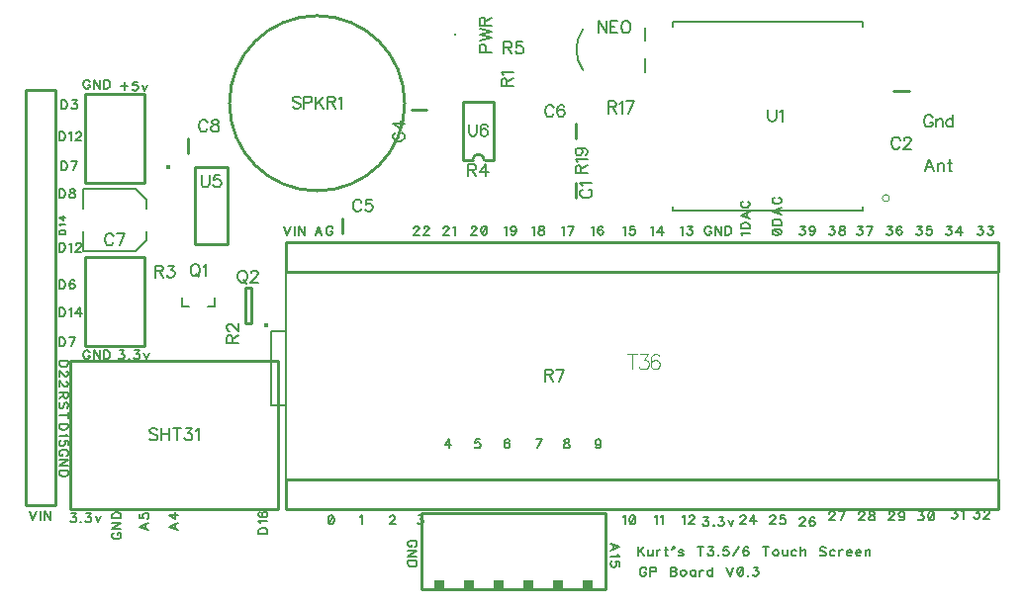
<source format=gto>
G04 DipTrace 3.2.0.1*
G04 Teensy3.6TouchDisplayLoRaV03.gto*
%MOIN*%
G04 #@! TF.FileFunction,Legend,Top*
G04 #@! TF.Part,Single*
%ADD10C,0.009843*%
%ADD18C,0.008*%
%ADD41C,0.005*%
%ADD46C,0.015422*%
%ADD50C,0.000013*%
%ADD54C,0.015431*%
%ADD116C,0.006176*%
%ADD117C,0.007*%
%ADD118C,0.007008*%
%ADD119C,0.003281*%
%FSLAX26Y26*%
G04*
G70*
G90*
G75*
G01*
G04 TopSilk*
%LPD*%
X2297462Y1769272D2*
D10*
Y1718130D1*
X3368130Y2078719D2*
X3419272D1*
X1742986Y2016145D2*
X1794128D1*
X1508470Y1599251D2*
Y1650393D1*
X2297462Y1969272D2*
Y1918130D1*
X637441Y1537449D2*
D18*
Y1606194D1*
Y1681208D2*
Y1749953D1*
X812451D1*
X849961Y1712446D1*
Y1681208D1*
X637441Y1537449D2*
X812451D1*
X849961Y1574956D1*
Y1606194D1*
X989940Y1868130D2*
D10*
Y1919272D1*
X1777559Y398945D2*
X2395670D1*
Y654859D1*
X1777559D1*
Y398945D1*
G36*
X1820951Y427452D2*
X1852289D1*
Y395942D1*
X1820951D1*
Y427452D1*
G37*
G36*
X1920837D2*
X1952361D1*
Y395942D1*
X1920837D1*
Y427452D1*
G37*
G36*
X2020909D2*
X2052371D1*
Y395942D1*
X2020909D1*
Y427452D1*
G37*
G36*
X2120920D2*
X2152443D1*
Y395942D1*
X2120920D1*
Y427452D1*
G37*
G36*
X2220868D2*
X2252330D1*
Y395942D1*
X2220868D1*
Y427452D1*
G37*
G36*
X2320878D2*
X2352402D1*
Y395942D1*
X2320878D1*
Y427452D1*
G37*
X543701Y2081701D2*
D10*
X443701D1*
X543701Y681701D2*
Y2081701D1*
Y681701D2*
X443701D1*
Y757301D1*
Y2081701D1*
X2528695Y2293701D2*
D41*
Y2248701D1*
Y2143701D2*
Y2188701D1*
X2320689Y2149701D2*
G02X2320689Y2287701I97267J69000D01*
G01*
X643701Y1410401D2*
D10*
Y1218701D1*
Y1518701D2*
Y1218701D1*
X843701Y1518701D2*
Y1218701D1*
X643701Y1518701D2*
X843701D1*
X643701Y1218701D2*
X843701D1*
X643701Y1960401D2*
Y1768701D1*
Y2068701D2*
Y1768701D1*
X843701Y2068701D2*
Y1768701D1*
X643701Y2068701D2*
X843701D1*
X643701Y1768701D2*
X843701D1*
G36*
X1893691Y2264764D2*
X1885817D1*
Y2272638D1*
X1893691D1*
Y2264764D1*
G37*
X1056474Y1351660D2*
D18*
X1080094D1*
Y1383160D1*
X993485Y1351660D2*
X969864D1*
Y1383160D1*
D46*
X1252071Y1287755D3*
X1201929Y1296956D2*
D10*
Y1415061D1*
X1182244D1*
Y1296956D1*
X1201929D1*
X593701Y1168701D2*
X1293701D1*
Y668701D1*
X593701D1*
Y1168701D1*
X1129670Y2037449D2*
G02X1129670Y2037449I295276J0D01*
G01*
X3329555Y1718110D2*
D50*
G02X3329555Y1718110I11784J0D01*
G01*
X2624791Y2296845D2*
D41*
Y2312599D1*
X3262610D1*
Y2296845D1*
X2624791Y1690557D2*
Y1674803D1*
X3262610D1*
Y1690557D1*
X3718698Y668704D2*
D10*
Y768704D1*
X1318698Y668704D2*
X3718698D1*
X1318698D2*
Y768704D1*
X1393098D1*
X3718698D1*
D41*
Y1468704D1*
X1318678D1*
Y1268714D1*
Y1018674D1*
Y768704D1*
X3718698D1*
X1318678Y1268714D2*
X1268698D1*
Y1018674D1*
X1318678D1*
D54*
X924333Y1822581D3*
X1013583Y1823621D2*
D10*
Y1563791D1*
X1123819Y1823621D2*
Y1563791D1*
X1013583D2*
X1123819D1*
X1013583Y1823621D2*
X1123819D1*
X2019889Y1845274D2*
Y2042128D1*
X1917513Y1845274D2*
Y2042128D1*
X2019889D2*
X1917513D1*
X1988395Y1845274D2*
X2019889D1*
X1949007D2*
X1917513D1*
X1988395D2*
G03X1949007Y1845274I-19694J-9D01*
G01*
X3718698Y1468704D2*
Y1568704D1*
X1318698Y1468704D2*
X3718698D1*
X1318698D2*
Y1568704D1*
X1393098D1*
X3718698D1*
X3503498Y1807586D2*
D116*
X3488155Y1847778D1*
X3472856Y1807586D1*
X3478604Y1820983D2*
X3497750D1*
X3515849Y1834381D2*
Y1807586D1*
Y1826732D2*
X3521597Y1832480D1*
X3525444Y1834381D1*
X3531148D1*
X3534994Y1832480D1*
X3536896Y1826732D1*
Y1807586D1*
X3554995Y1847778D2*
Y1815235D1*
X3556896Y1809532D1*
X3560743Y1807586D1*
X3564546D1*
X3549247Y1834381D2*
X3562644D1*
X2320580Y1747076D2*
X2316777Y1745175D1*
X2312930Y1741328D1*
X2311029Y1737525D1*
Y1729876D1*
X2312930Y1726029D1*
X2316777Y1722227D1*
X2320580Y1720281D1*
X2326328Y1718380D1*
X2335923D1*
X2341626Y1720281D1*
X2345473Y1722227D1*
X2349276Y1726029D1*
X2351221Y1729876D1*
Y1737525D1*
X2349276Y1741328D1*
X2345473Y1745175D1*
X2341626Y1747076D1*
X2318723Y1759427D2*
X2316777Y1763274D1*
X2311073Y1769022D1*
X2351221D1*
X3388476Y1913849D2*
X3386575Y1917651D1*
X3382728Y1921498D1*
X3378925Y1923399D1*
X3371276D1*
X3367429Y1921498D1*
X3363627Y1917651D1*
X3361681Y1913849D1*
X3359780Y1908101D1*
Y1898506D1*
X3361681Y1892802D1*
X3363627Y1888955D1*
X3367429Y1885153D1*
X3371276Y1883207D1*
X3378925D1*
X3382728Y1885153D1*
X3386575Y1888955D1*
X3388476Y1892802D1*
X3402773Y1913804D2*
Y1915706D1*
X3404674Y1919552D1*
X3406575Y1921454D1*
X3410422Y1923355D1*
X3418071D1*
X3421874Y1921454D1*
X3423775Y1919552D1*
X3425721Y1915706D1*
Y1911903D1*
X3423775Y1908056D1*
X3419973Y1902353D1*
X3400827Y1883207D1*
X3427622D1*
X1690001Y1939092D2*
X1686199Y1937191D1*
X1682352Y1933344D1*
X1680451Y1929542D1*
Y1921892D1*
X1682352Y1918046D1*
X1686199Y1914243D1*
X1690001Y1912298D1*
X1695749Y1910396D1*
X1705344D1*
X1711048Y1912298D1*
X1714895Y1914243D1*
X1718697Y1918046D1*
X1720643Y1921892D1*
Y1929542D1*
X1718697Y1933344D1*
X1714895Y1937191D1*
X1711048Y1939092D1*
X1720643Y1970589D2*
X1680495D1*
X1707245Y1951444D1*
Y1980140D1*
X1574122Y1703377D2*
X1572220Y1707180D1*
X1568374Y1711026D1*
X1564571Y1712928D1*
X1556922D1*
X1553075Y1711026D1*
X1549272Y1707180D1*
X1547327Y1703377D1*
X1545426Y1697629D1*
Y1688034D1*
X1547327Y1682331D1*
X1549272Y1678484D1*
X1553075Y1674681D1*
X1556922Y1672736D1*
X1564571D1*
X1568374Y1674681D1*
X1572220Y1678484D1*
X1574122Y1682331D1*
X1609421Y1712884D2*
X1590320D1*
X1588418Y1695684D1*
X1590320Y1697585D1*
X1596068Y1699530D1*
X1601772D1*
X1607520Y1697585D1*
X1611366Y1693782D1*
X1613268Y1688034D1*
Y1684232D1*
X1611366Y1678484D1*
X1607520Y1674637D1*
X1601772Y1672736D1*
X1596068D1*
X1590320Y1674637D1*
X1588418Y1676583D1*
X1586473Y1680385D1*
X2222333Y2022256D2*
X2220432Y2026059D1*
X2216585Y2029906D1*
X2212783Y2031807D1*
X2205133D1*
X2201287Y2029906D1*
X2197484Y2026059D1*
X2195539Y2022256D1*
X2193637Y2016508D1*
Y2006914D1*
X2195539Y2001210D1*
X2197484Y1997363D1*
X2201287Y1993561D1*
X2205133Y1991615D1*
X2212783D1*
X2216585Y1993561D1*
X2220432Y1997363D1*
X2222333Y2001210D1*
X2257633Y2026059D2*
X2255731Y2029862D1*
X2249983Y2031763D1*
X2246181D1*
X2240433Y2029862D1*
X2236586Y2024114D1*
X2234685Y2014563D1*
Y2005012D1*
X2236586Y1997363D1*
X2240433Y1993516D1*
X2246181Y1991615D1*
X2248082D1*
X2253786Y1993516D1*
X2257633Y1997363D1*
X2259534Y2003111D1*
Y2005012D1*
X2257633Y2010760D1*
X2253786Y2014563D1*
X2248082Y2016464D1*
X2246181D1*
X2240433Y2014563D1*
X2236586Y2010760D1*
X2234685Y2005012D1*
X738476Y1589324D2*
X736575Y1593126D1*
X732728Y1596973D1*
X728925Y1598874D1*
X721276D1*
X717429Y1596973D1*
X713627Y1593126D1*
X711681Y1589324D1*
X709780Y1583576D1*
Y1573981D1*
X711681Y1568277D1*
X713627Y1564430D1*
X717429Y1560628D1*
X721276Y1558682D1*
X728925D1*
X732728Y1560628D1*
X736575Y1564430D1*
X738476Y1568277D1*
X758477Y1558682D2*
X777622Y1598830D1*
X750827D1*
X1055614Y1972256D2*
X1053712Y1976059D1*
X1049865Y1979906D1*
X1046063Y1981807D1*
X1038414D1*
X1034567Y1979906D1*
X1030764Y1976059D1*
X1028819Y1972256D1*
X1026918Y1966508D1*
Y1956914D1*
X1028819Y1951210D1*
X1030764Y1947363D1*
X1034567Y1943561D1*
X1038414Y1941615D1*
X1046063D1*
X1049865Y1943561D1*
X1053712Y1947363D1*
X1055614Y1951210D1*
X1077516Y1981763D2*
X1071812Y1979862D1*
X1069866Y1976059D1*
Y1972212D1*
X1071812Y1968410D1*
X1075614Y1966464D1*
X1083264Y1964563D1*
X1089012Y1962662D1*
X1092814Y1958815D1*
X1094715Y1955012D1*
Y1949264D1*
X1092814Y1945462D1*
X1090913Y1943516D1*
X1085165Y1941615D1*
X1077516D1*
X1071812Y1943516D1*
X1069866Y1945462D1*
X1067965Y1949264D1*
Y1955012D1*
X1069866Y1958815D1*
X1073713Y1962662D1*
X1079417Y1964563D1*
X1087066Y1966464D1*
X1090913Y1968410D1*
X1092814Y1972212D1*
Y1976059D1*
X1090913Y1979862D1*
X1085165Y1981763D1*
X1077516D1*
X3498700Y1988228D2*
X3496799Y1992030D1*
X3492952Y1995877D1*
X3489150Y1997778D1*
X3481500D1*
X3477654Y1995877D1*
X3473851Y1992030D1*
X3471906Y1988228D1*
X3470004Y1982480D1*
Y1972885D1*
X3471906Y1967181D1*
X3473851Y1963334D1*
X3477654Y1959532D1*
X3481500Y1957586D1*
X3489150D1*
X3492952Y1959532D1*
X3496799Y1963334D1*
X3498700Y1967181D1*
Y1972885D1*
X3489150D1*
X3511052Y1984381D2*
Y1957586D1*
Y1976732D2*
X3516800Y1982480D1*
X3520646Y1984381D1*
X3526350D1*
X3530197Y1982480D1*
X3532098Y1976732D1*
Y1957586D1*
X3567398Y1997778D2*
Y1957586D1*
Y1978633D2*
X3563595Y1982480D1*
X3559748Y1984381D1*
X3554000D1*
X3550198Y1982480D1*
X3546351Y1978633D1*
X3544450Y1972885D1*
Y1969082D1*
X3546351Y1963334D1*
X3550198Y1959532D1*
X3554000Y1957586D1*
X3559748D1*
X3563595Y1959532D1*
X3567398Y1963334D1*
X2400311Y2314789D2*
Y2274597D1*
X2373516Y2314789D1*
Y2274597D1*
X2437512Y2314789D2*
X2412663D1*
Y2274597D1*
X2437512D1*
X2412663Y2295643D2*
X2427961D1*
X2461359Y2314789D2*
X2457512Y2312887D1*
X2453710Y2309041D1*
X2451764Y2305238D1*
X2449863Y2299490D1*
Y2289895D1*
X2451764Y2284191D1*
X2453710Y2280345D1*
X2457512Y2276542D1*
X2461359Y2274597D1*
X2469008D1*
X2472811Y2276542D1*
X2476658Y2280345D1*
X2478559Y2284191D1*
X2480460Y2289895D1*
Y2299490D1*
X2478559Y2305238D1*
X2476658Y2309041D1*
X2472811Y2312887D1*
X2469008Y2314789D1*
X2461359D1*
X1993265Y2210410D2*
Y2227654D1*
X1991364Y2233358D1*
X1989418Y2235303D1*
X1985615Y2237204D1*
X1979867D1*
X1976065Y2235303D1*
X1974119Y2233358D1*
X1972218Y2227654D1*
Y2210410D1*
X2012410D1*
X1972218Y2249556D2*
X2012410Y2259150D1*
X1972218Y2268701D1*
X2012410Y2278252D1*
X1972218Y2287846D1*
X1991363Y2300198D2*
Y2317398D1*
X1989418Y2323146D1*
X1987517Y2325091D1*
X1983714Y2326992D1*
X1979867D1*
X1976065Y2325091D1*
X1974119Y2323146D1*
X1972218Y2317398D1*
Y2300198D1*
X2012410D1*
X1991363Y2313595D2*
X2012410Y2326992D1*
X1010181Y1494888D2*
X1006379Y1493031D1*
X1002532Y1489185D1*
X1000631Y1485338D1*
X998685Y1479590D1*
Y1470039D1*
X1000631Y1464291D1*
X1002532Y1460489D1*
X1006379Y1456642D1*
X1010181Y1454741D1*
X1017831D1*
X1021678Y1456642D1*
X1025480Y1460489D1*
X1027381Y1464291D1*
X1029327Y1470039D1*
Y1479590D1*
X1027381Y1485338D1*
X1025480Y1489185D1*
X1021678Y1493031D1*
X1017831Y1494888D1*
X1010181D1*
X1015930Y1462390D2*
X1027381Y1450894D1*
X1041678Y1487195D2*
X1045525Y1489140D1*
X1051273Y1494844D1*
Y1454696D1*
X1169564Y1473639D2*
X1165762Y1471782D1*
X1161915Y1467935D1*
X1160014Y1464088D1*
X1158068Y1458340D1*
Y1448790D1*
X1160014Y1443042D1*
X1161915Y1439239D1*
X1165762Y1435393D1*
X1169564Y1433491D1*
X1177214D1*
X1181061Y1435393D1*
X1184863Y1439239D1*
X1186764Y1443042D1*
X1188710Y1448790D1*
Y1458340D1*
X1186764Y1464088D1*
X1184863Y1467935D1*
X1181061Y1471782D1*
X1177214Y1473639D1*
X1169564D1*
X1175313Y1441141D2*
X1186764Y1429644D1*
X1203007Y1464044D2*
Y1465946D1*
X1204908Y1469792D1*
X1206809Y1471694D1*
X1210656Y1473595D1*
X1218305D1*
X1222108Y1471694D1*
X1224009Y1469792D1*
X1225955Y1465946D1*
Y1462143D1*
X1224009Y1458296D1*
X1220207Y1452592D1*
X1201061Y1433447D1*
X1227856D1*
X2064405Y2094331D2*
Y2111531D1*
X2062460Y2117279D1*
X2060559Y2119224D1*
X2056756Y2121125D1*
X2052909D1*
X2049107Y2119224D1*
X2047161Y2117279D1*
X2045260Y2111531D1*
Y2094331D1*
X2085452D1*
X2064405Y2107728D2*
X2085452Y2121125D1*
X2052954Y2133477D2*
X2051008Y2137323D1*
X2045304Y2143072D1*
X2085452Y2143071D1*
X1139432Y1229390D2*
Y1246589D1*
X1137486Y1252337D1*
X1135585Y1254283D1*
X1131782Y1256184D1*
X1127936D1*
X1124133Y1254283D1*
X1122188Y1252337D1*
X1120286Y1246589D1*
Y1229390D1*
X1160478D1*
X1139432Y1242787D2*
X1160478Y1256184D1*
X1129881Y1270481D2*
X1127980D1*
X1124133Y1272382D1*
X1122232Y1274284D1*
X1120331Y1278130D1*
Y1285780D1*
X1122232Y1289582D1*
X1124133Y1291483D1*
X1127980Y1293429D1*
X1131782D1*
X1135629Y1291483D1*
X1141333Y1287681D1*
X1160478Y1268536D1*
Y1295330D1*
X879426Y1470929D2*
X896626D1*
X902374Y1472875D1*
X904320Y1474776D1*
X906221Y1478579D1*
Y1482425D1*
X904320Y1486228D1*
X902374Y1488173D1*
X896626Y1490075D1*
X879426D1*
Y1449883D1*
X892824Y1470929D2*
X906221Y1449883D1*
X922419Y1490031D2*
X943421D1*
X931970Y1474732D1*
X937718D1*
X941520Y1472831D1*
X943421Y1470929D1*
X945367Y1465181D1*
Y1461379D1*
X943421Y1455631D1*
X939619Y1451784D1*
X933871Y1449883D1*
X928123D1*
X922419Y1451784D1*
X920518Y1453729D1*
X918572Y1457532D1*
X1934780Y1812662D2*
X1951980D1*
X1957728Y1814607D1*
X1959673Y1816508D1*
X1961575Y1820311D1*
Y1824158D1*
X1959673Y1827960D1*
X1957728Y1829906D1*
X1951980Y1831807D1*
X1934780D1*
Y1791615D1*
X1948177Y1812662D2*
X1961575Y1791615D1*
X1993071D2*
Y1831763D1*
X1973926Y1805012D1*
X2002622D1*
X2054450Y2225199D2*
X2071650D1*
X2077398Y2227144D1*
X2079343Y2229045D1*
X2081244Y2232848D1*
Y2236695D1*
X2079343Y2240497D1*
X2077398Y2242443D1*
X2071650Y2244344D1*
X2054450D1*
Y2204152D1*
X2067847Y2225199D2*
X2081244Y2204152D1*
X2116544Y2244300D2*
X2097443D1*
X2095541Y2227100D1*
X2097443Y2229001D1*
X2103191Y2230947D1*
X2108894D1*
X2114642Y2229001D1*
X2118489Y2225199D1*
X2120391Y2219451D1*
Y2215648D1*
X2118489Y2209900D1*
X2114642Y2206053D1*
X2108894Y2204152D1*
X2103191D1*
X2097443Y2206053D1*
X2095541Y2207999D1*
X2093596Y2211801D1*
X2191788Y1120966D2*
X2208988D1*
X2214736Y1122912D1*
X2216682Y1124813D1*
X2218583Y1128615D1*
Y1132462D1*
X2216682Y1136265D1*
X2214736Y1138210D1*
X2208988Y1140111D1*
X2191788D1*
Y1099919D1*
X2205186Y1120966D2*
X2218583Y1099919D1*
X2238584D2*
X2257729Y1140067D1*
X2230934D1*
X2405697Y2024998D2*
X2422897D1*
X2428645Y2026943D1*
X2430591Y2028844D1*
X2432492Y2032647D1*
Y2036494D1*
X2430591Y2040296D1*
X2428645Y2042242D1*
X2422897Y2044143D1*
X2405697D1*
Y2003951D1*
X2419095Y2024998D2*
X2432492Y2003951D1*
X2444843Y2036449D2*
X2448690Y2038395D1*
X2454438Y2044099D1*
Y2003951D1*
X2474439D2*
X2493584Y2044099D1*
X2466789D1*
X2314405Y1800708D2*
Y1817908D1*
X2312460Y1823656D1*
X2310559Y1825602D1*
X2306756Y1827503D1*
X2302909D1*
X2299107Y1825602D1*
X2297161Y1823656D1*
X2295260Y1817908D1*
Y1800708D1*
X2335452D1*
X2314405Y1814106D2*
X2335452Y1827503D1*
X2302954Y1839854D2*
X2301008Y1843701D1*
X2295304Y1849449D1*
X2335452D1*
X2308657Y1886694D2*
X2314405Y1884748D1*
X2318252Y1880946D1*
X2320154Y1875198D1*
Y1873297D1*
X2318252Y1867548D1*
X2314406Y1863746D1*
X2308657Y1861800D1*
X2306756D1*
X2301008Y1863746D1*
X2297206Y1867549D1*
X2295304Y1873297D1*
Y1875198D1*
X2297206Y1880946D1*
X2301008Y1884748D1*
X2308657Y1886694D1*
X2318252D1*
X2327803Y1884748D1*
X2333551Y1880946D1*
X2335452Y1875198D1*
Y1871395D1*
X2333551Y1865647D1*
X2329704Y1863746D1*
X887406Y935459D2*
X883604Y939305D1*
X877856Y941207D1*
X870206D1*
X864458Y939305D1*
X860611Y935459D1*
Y931656D1*
X862557Y927809D1*
X864458Y925908D1*
X868261Y924007D1*
X879757Y920160D1*
X883604Y918259D1*
X885505Y916313D1*
X887406Y912511D1*
Y906763D1*
X883604Y902960D1*
X877856Y901015D1*
X870206D1*
X864458Y902960D1*
X860611Y906763D1*
X899758Y941207D2*
Y901015D1*
X926552Y941207D2*
Y901015D1*
X899758Y922061D2*
X926552D1*
X952301Y941207D2*
Y901015D1*
X938904Y941207D2*
X965698D1*
X981896Y941163D2*
X1002899D1*
X991447Y925864D1*
X997195D1*
X1000998Y923963D1*
X1002899Y922061D1*
X1004844Y916313D1*
Y912511D1*
X1002899Y906763D1*
X999096Y902916D1*
X993348Y901015D1*
X987600D1*
X981896Y902916D1*
X979995Y904862D1*
X978050Y908664D1*
X1017196Y933513D2*
X1021042Y935459D1*
X1026791Y941163D1*
Y901015D1*
X1368650Y2054207D2*
X1364848Y2058054D1*
X1359100Y2059955D1*
X1351450D1*
X1345702Y2058054D1*
X1341856Y2054207D1*
Y2050404D1*
X1343801Y2046557D1*
X1345702Y2044656D1*
X1349505Y2042755D1*
X1361001Y2038908D1*
X1364848Y2037007D1*
X1366749Y2035061D1*
X1368650Y2031259D1*
Y2025511D1*
X1364848Y2021708D1*
X1359100Y2019763D1*
X1351450D1*
X1345702Y2021708D1*
X1341856Y2025511D1*
X1381002Y2038908D2*
X1398246D1*
X1403950Y2040809D1*
X1405895Y2042755D1*
X1407796Y2046557D1*
Y2052305D1*
X1405895Y2056108D1*
X1403950Y2058054D1*
X1398246Y2059955D1*
X1381002D1*
Y2019763D1*
X1420148Y2059955D2*
Y2019763D1*
X1446942Y2059955D2*
X1420148Y2033160D1*
X1429698Y2042755D2*
X1446942Y2019763D1*
X1459294Y2040809D2*
X1476494D1*
X1482242Y2042755D1*
X1484187Y2044656D1*
X1486088Y2048459D1*
Y2052305D1*
X1484187Y2056108D1*
X1482242Y2058054D1*
X1476494Y2059955D1*
X1459294D1*
Y2019763D1*
X1472691Y2040809D2*
X1486088Y2019763D1*
X1498440Y2052261D2*
X1502287Y2054207D1*
X1508035Y2059911D1*
Y2019763D1*
X2944908Y2016207D2*
Y1987511D1*
X2946809Y1981763D1*
X2950656Y1977960D1*
X2956404Y1976015D1*
X2960207D1*
X2965955Y1977960D1*
X2969801Y1981763D1*
X2971703Y1987511D1*
Y2016207D1*
X2984054Y2008513D2*
X2987901Y2010459D1*
X2993649Y2016163D1*
Y1976015D1*
X1035731Y1795121D2*
Y1766425D1*
X1037632Y1760677D1*
X1041479Y1756875D1*
X1047227Y1754929D1*
X1051029D1*
X1056777Y1756875D1*
X1060624Y1760677D1*
X1062525Y1766425D1*
Y1795121D1*
X1097825Y1795077D2*
X1078723D1*
X1076822Y1777877D1*
X1078723Y1779779D1*
X1084471Y1781724D1*
X1090175D1*
X1095923Y1779779D1*
X1099770Y1775976D1*
X1101671Y1770228D1*
Y1766425D1*
X1099770Y1760677D1*
X1095923Y1756831D1*
X1090175Y1754929D1*
X1084471D1*
X1078723Y1756831D1*
X1076822Y1758776D1*
X1074877Y1762579D1*
X1936703Y1966207D2*
Y1937511D1*
X1938605Y1931763D1*
X1942451Y1927960D1*
X1948199Y1926015D1*
X1952002D1*
X1957750Y1927960D1*
X1961597Y1931763D1*
X1963498Y1937511D1*
Y1966207D1*
X1998797Y1960459D2*
X1996896Y1964261D1*
X1991148Y1966163D1*
X1987346D1*
X1981597Y1964261D1*
X1977751Y1958513D1*
X1975849Y1948963D1*
Y1939412D1*
X1977751Y1931763D1*
X1981597Y1927916D1*
X1987346Y1926015D1*
X1989247D1*
X1994951Y1927916D1*
X1998797Y1931763D1*
X2000699Y1937511D1*
Y1939412D1*
X1998797Y1945160D1*
X1994951Y1948963D1*
X1989247Y1950864D1*
X1987346D1*
X1981597Y1948963D1*
X1977751Y1945160D1*
X1975849Y1939412D1*
X2505979Y542075D2*
D117*
Y511931D1*
X2526075Y542075D2*
X2505979Y521979D1*
X2513142Y529175D2*
X2526075Y511931D1*
X2540075Y532027D2*
Y517668D1*
X2541501Y513390D1*
X2544386Y511931D1*
X2548697D1*
X2551549Y513390D1*
X2555860Y517668D1*
Y532027D2*
Y511931D1*
X2569860Y532027D2*
Y511931D1*
Y523405D2*
X2571319Y527716D1*
X2574171Y530601D1*
X2577056Y532027D1*
X2581367D1*
X2599678Y542075D2*
Y517668D1*
X2601104Y513390D1*
X2603989Y511931D1*
X2606841D1*
X2595367Y532027D2*
X2605415D1*
X2628037Y542042D2*
X2620841Y533420D1*
X2629463Y540616D1*
X2628037Y542042D1*
X2659248Y527716D2*
X2657822Y530601D1*
X2653511Y532027D1*
X2649200D1*
X2644889Y530601D1*
X2643463Y527716D1*
X2644889Y524864D1*
X2647774Y523405D1*
X2654937Y521979D1*
X2657822Y520553D1*
X2659248Y517668D1*
Y516242D1*
X2657822Y513390D1*
X2653511Y511931D1*
X2649200D1*
X2644889Y513390D1*
X2643463Y516242D1*
X2717193Y542075D2*
Y511931D1*
X2707145Y542075D2*
X2727241D1*
X2744126Y542042D2*
X2759878D1*
X2751289Y530568D1*
X2755600D1*
X2758452Y529142D1*
X2759878Y527716D1*
X2761337Y523405D1*
Y520553D1*
X2759878Y516242D1*
X2757026Y513357D1*
X2752715Y511931D1*
X2748404D1*
X2744126Y513357D1*
X2742700Y514816D1*
X2741241Y517668D1*
X2776763Y514816D2*
X2775337Y513357D1*
X2776763Y511931D1*
X2778222Y513357D1*
X2776763Y514816D1*
X2809433Y542042D2*
X2795107D1*
X2793682Y529142D1*
X2795107Y530568D1*
X2799418Y532027D1*
X2803696D1*
X2808007Y530568D1*
X2810892Y527716D1*
X2812318Y523405D1*
Y520553D1*
X2810892Y516242D1*
X2808007Y513357D1*
X2803696Y511931D1*
X2799418D1*
X2795107Y513357D1*
X2793682Y514816D1*
X2792222Y517668D1*
X2826318Y511931D2*
X2846414Y542042D1*
X2877625Y537764D2*
X2876199Y540616D1*
X2871888Y542042D1*
X2869036D1*
X2864725Y540616D1*
X2861840Y536305D1*
X2860414Y529142D1*
Y521979D1*
X2861840Y516242D1*
X2864725Y513357D1*
X2869036Y511931D1*
X2870462D1*
X2874740Y513357D1*
X2877625Y516242D1*
X2879051Y520553D1*
Y521979D1*
X2877625Y526290D1*
X2874740Y529142D1*
X2870462Y530568D1*
X2869036D1*
X2864725Y529142D1*
X2861840Y526290D1*
X2860414Y521979D1*
X2936996Y542075D2*
Y511931D1*
X2926948Y542075D2*
X2947044D1*
X2968207Y532027D2*
X2965355Y530601D1*
X2962470Y527716D1*
X2961044Y523405D1*
Y520553D1*
X2962470Y516242D1*
X2965355Y513390D1*
X2968207Y511931D1*
X2972518D1*
X2975403Y513390D1*
X2978255Y516242D1*
X2979714Y520553D1*
Y523405D1*
X2978255Y527716D1*
X2975403Y530601D1*
X2972518Y532027D1*
X2968207D1*
X2993714D2*
Y517668D1*
X2995140Y513390D1*
X2998025Y511931D1*
X3002336D1*
X3005188Y513390D1*
X3009499Y517668D1*
Y532027D2*
Y511931D1*
X3040743Y527716D2*
X3037858Y530601D1*
X3034973Y532027D1*
X3030695D1*
X3027810Y530601D1*
X3024958Y527716D1*
X3023499Y523405D1*
Y520553D1*
X3024958Y516242D1*
X3027810Y513390D1*
X3030695Y511931D1*
X3034973D1*
X3037858Y513390D1*
X3040743Y516242D1*
X3054743Y542075D2*
Y511931D1*
Y526290D2*
X3059054Y530601D1*
X3061940Y532027D1*
X3066251D1*
X3069102Y530601D1*
X3070528Y526290D1*
Y511931D1*
X3138521Y537764D2*
X3135670Y540649D1*
X3131359Y542075D1*
X3125622D1*
X3121311Y540649D1*
X3118425Y537764D1*
Y534912D1*
X3119885Y532027D1*
X3121311Y530601D1*
X3124162Y529175D1*
X3132784Y526290D1*
X3135670Y524864D1*
X3137096Y523405D1*
X3138521Y520553D1*
Y516242D1*
X3135670Y513390D1*
X3131359Y511931D1*
X3125622D1*
X3121311Y513390D1*
X3118425Y516242D1*
X3169766Y527716D2*
X3166880Y530601D1*
X3163995Y532027D1*
X3159718D1*
X3156832Y530601D1*
X3153981Y527716D1*
X3152521Y523405D1*
Y520553D1*
X3153981Y516242D1*
X3156832Y513390D1*
X3159718Y511931D1*
X3163995D1*
X3166880Y513390D1*
X3169766Y516242D1*
X3183766Y532027D2*
Y511931D1*
Y523405D2*
X3185225Y527716D1*
X3188077Y530601D1*
X3190962Y532027D1*
X3195273D1*
X3209273Y523405D2*
X3226484D1*
Y526290D1*
X3225058Y529175D1*
X3223632Y530601D1*
X3220747Y532027D1*
X3216436D1*
X3213584Y530601D1*
X3210699Y527716D1*
X3209273Y523405D1*
Y520553D1*
X3210699Y516242D1*
X3213584Y513390D1*
X3216436Y511931D1*
X3220747D1*
X3223632Y513390D1*
X3226484Y516242D1*
X3240484Y523405D2*
X3257695D1*
Y526290D1*
X3256269Y529175D1*
X3254843Y530601D1*
X3251958Y532027D1*
X3247647D1*
X3244795Y530601D1*
X3241910Y527716D1*
X3240484Y523405D1*
Y520553D1*
X3241910Y516242D1*
X3244795Y513390D1*
X3247647Y511931D1*
X3251958D1*
X3254843Y513390D1*
X3257695Y516242D1*
X3271695Y532027D2*
Y511931D1*
Y526290D2*
X3276006Y530601D1*
X3278891Y532027D1*
X3283168D1*
X3286054Y530601D1*
X3287480Y526290D1*
Y511931D1*
X775312Y2108488D2*
Y2082655D1*
X762412Y2095555D2*
X788245D1*
X819456Y2110627D2*
X805130D1*
X803704Y2097727D1*
X805130Y2099153D1*
X809441Y2100613D1*
X813719D1*
X818030Y2099153D1*
X820915Y2096302D1*
X822341Y2091991D1*
Y2089139D1*
X820915Y2084828D1*
X818030Y2081943D1*
X813719Y2080517D1*
X809441D1*
X805130Y2081943D1*
X803704Y2083402D1*
X802245Y2086254D1*
X836341Y2100613D2*
X844963Y2080517D1*
X853552Y2100613D1*
X658947Y2109747D2*
X657521Y2112599D1*
X654636Y2115484D1*
X651784Y2116910D1*
X646047D1*
X643162Y2115484D1*
X640310Y2112599D1*
X638851Y2109747D1*
X637425Y2105436D1*
Y2098240D1*
X638851Y2093962D1*
X640310Y2091077D1*
X643162Y2088225D1*
X646047Y2086766D1*
X651784D1*
X654636Y2088225D1*
X657521Y2091077D1*
X658947Y2093962D1*
Y2098240D1*
X651784D1*
X693043Y2116910D2*
Y2086766D1*
X672947Y2116910D1*
Y2086766D1*
X707043Y2116910D2*
Y2086766D1*
X717091D1*
X721402Y2088225D1*
X724287Y2091077D1*
X725713Y2093962D1*
X727139Y2098240D1*
Y2105436D1*
X725713Y2109747D1*
X724287Y2112599D1*
X721402Y2115484D1*
X717091Y2116910D1*
X707043D1*
X658947Y1197343D2*
X657521Y1200195D1*
X654636Y1203080D1*
X651784Y1204506D1*
X646047D1*
X643162Y1203080D1*
X640310Y1200195D1*
X638851Y1197343D1*
X637425Y1193032D1*
Y1185836D1*
X638851Y1181558D1*
X640310Y1178673D1*
X643162Y1175821D1*
X646047Y1174362D1*
X651784D1*
X654636Y1175821D1*
X657521Y1178673D1*
X658947Y1181558D1*
Y1185836D1*
X651784D1*
X693043Y1204506D2*
Y1174362D1*
X672947Y1204506D1*
Y1174362D1*
X707043Y1204506D2*
Y1174362D1*
X717091D1*
X721402Y1175821D1*
X724287Y1178673D1*
X725713Y1181558D1*
X727139Y1185836D1*
Y1193032D1*
X725713Y1197343D1*
X724287Y1200195D1*
X721402Y1203080D1*
X717091Y1204506D1*
X707043D1*
X759048Y1204473D2*
X774800D1*
X766211Y1192999D1*
X770522D1*
X773374Y1191573D1*
X774800Y1190147D1*
X776259Y1185836D1*
Y1182984D1*
X774800Y1178673D1*
X771948Y1175788D1*
X767637Y1174362D1*
X763326D1*
X759048Y1175788D1*
X757622Y1177247D1*
X756163Y1180099D1*
X791685Y1177247D2*
X790259Y1175788D1*
X791685Y1174362D1*
X793144Y1175788D1*
X791685Y1177247D1*
X810029Y1204473D2*
X825781D1*
X817192Y1192999D1*
X821503D1*
X824355Y1191573D1*
X825781Y1190147D1*
X827240Y1185836D1*
Y1182984D1*
X825781Y1178673D1*
X822929Y1175788D1*
X818618Y1174362D1*
X814307D1*
X810029Y1175788D1*
X808603Y1177247D1*
X807144Y1180099D1*
X841240Y1194458D2*
X849862Y1174362D1*
X858451Y1194458D1*
X1470961Y648281D2*
X1466650Y646855D1*
X1463765Y642544D1*
X1462339Y635381D1*
Y631070D1*
X1463765Y623907D1*
X1466650Y619596D1*
X1470961Y618170D1*
X1473813D1*
X1478124Y619596D1*
X1480976Y623907D1*
X1482435Y631070D1*
Y635381D1*
X1480976Y642544D1*
X1478124Y646855D1*
X1473813Y648281D1*
X1470961D1*
X1480976Y642544D2*
X1463765Y623907D1*
X1568578Y642544D2*
X1571463Y644003D1*
X1575774Y648281D1*
Y618170D1*
X1670026Y641118D2*
Y642544D1*
X1671452Y645429D1*
X1672878Y646855D1*
X1675763Y648281D1*
X1681500D1*
X1684352Y646855D1*
X1685778Y645429D1*
X1687237Y642544D1*
Y639692D1*
X1685778Y636807D1*
X1682926Y632529D1*
X1668567Y618170D1*
X1688663D1*
X1765192Y648281D2*
X1780944D1*
X1772355Y636807D1*
X1776666D1*
X1779518Y635381D1*
X1780944Y633955D1*
X1782403Y629644D1*
Y626792D1*
X1780944Y622481D1*
X1778092Y619596D1*
X1773781Y618170D1*
X1769470D1*
X1765192Y619596D1*
X1763766Y621055D1*
X1762307Y623907D1*
X1870406Y874393D2*
Y904504D1*
X1856047Y884441D1*
X1877569D1*
X1973248Y904504D2*
X1958922D1*
X1957496Y891604D1*
X1958922Y893030D1*
X1963233Y894489D1*
X1967511D1*
X1971822Y893030D1*
X1974707Y890178D1*
X1976133Y885867D1*
Y883015D1*
X1974707Y878704D1*
X1971822Y875819D1*
X1967511Y874393D1*
X1963233D1*
X1958922Y875819D1*
X1957496Y877278D1*
X1956037Y880130D1*
X2073237Y900226D2*
X2071811Y903078D1*
X2067500Y904504D1*
X2064649D1*
X2060337Y903078D1*
X2057452Y898767D1*
X2056026Y891604D1*
Y884441D1*
X2057452Y878704D1*
X2060337Y875819D1*
X2064649Y874393D1*
X2066074D1*
X2070352Y875819D1*
X2073237Y878704D1*
X2074663Y883015D1*
Y884441D1*
X2073237Y888752D1*
X2070352Y891604D1*
X2066074Y893030D1*
X2064649D1*
X2060337Y891604D1*
X2057452Y888752D1*
X2056026Y884441D1*
X2168002Y874393D2*
X2182361Y904504D1*
X2162265D1*
X2263168D2*
X2258891Y903078D1*
X2257431Y900226D1*
Y897341D1*
X2258891Y894489D1*
X2261742Y893030D1*
X2267479Y891604D1*
X2271790Y890178D1*
X2274642Y887293D1*
X2276068Y884441D1*
Y880130D1*
X2274642Y877278D1*
X2273216Y875819D1*
X2268905Y874393D1*
X2263168D1*
X2258891Y875819D1*
X2257431Y877278D1*
X2256005Y880130D1*
Y884441D1*
X2257431Y887293D1*
X2260316Y890178D1*
X2264594Y891604D1*
X2270331Y893030D1*
X2273216Y894489D1*
X2274642Y897341D1*
Y900226D1*
X2273216Y903078D1*
X2268905Y904504D1*
X2263168D1*
X2380914Y894489D2*
X2379455Y890178D1*
X2376603Y887293D1*
X2372292Y885867D1*
X2370866D1*
X2366555Y887293D1*
X2363703Y890178D1*
X2362244Y894489D1*
Y895915D1*
X2363703Y900226D1*
X2366555Y903078D1*
X2370866Y904504D1*
X2372292D1*
X2376603Y903078D1*
X2379455Y900226D1*
X2380914Y894489D1*
Y887293D1*
X2379455Y880130D1*
X2376603Y875819D1*
X2372292Y874393D1*
X2369440D1*
X2365129Y875819D1*
X2363703Y878704D1*
X2455984Y642544D2*
X2458870Y644003D1*
X2463181Y648281D1*
Y618170D1*
X2485803Y648281D2*
X2481492Y646855D1*
X2478607Y642544D1*
X2477181Y635381D1*
Y631070D1*
X2478607Y623907D1*
X2481492Y619596D1*
X2485803Y618170D1*
X2488655D1*
X2492966Y619596D1*
X2495817Y623907D1*
X2497277Y631070D1*
Y635381D1*
X2495817Y642544D1*
X2492966Y646855D1*
X2488655Y648281D1*
X2485803D1*
X2495817Y642544D2*
X2478607Y623907D1*
X2562223Y642544D2*
X2565108Y644003D1*
X2569419Y648281D1*
Y618170D1*
X2583419Y642544D2*
X2586304Y644003D1*
X2590615Y648281D1*
Y618170D1*
X2655963Y642544D2*
X2658849Y644003D1*
X2663160Y648281D1*
Y618170D1*
X2678619Y641118D2*
Y642544D1*
X2680045Y645429D1*
X2681471Y646855D1*
X2684356Y648281D1*
X2690093D1*
X2692945Y646855D1*
X2694370Y645429D1*
X2695830Y642544D1*
Y639692D1*
X2694370Y636807D1*
X2691519Y632529D1*
X2677160Y618170D1*
X2697256D1*
X2649714Y1617442D2*
X2652599Y1618901D1*
X2656910Y1623179D1*
Y1593068D1*
X2673795Y1623179D2*
X2689547D1*
X2680958Y1611705D1*
X2685269D1*
X2688121Y1610279D1*
X2689547Y1608853D1*
X2691006Y1604542D1*
Y1601690D1*
X2689547Y1597379D1*
X2686695Y1594494D1*
X2682384Y1593068D1*
X2678073D1*
X2673795Y1594494D1*
X2672369Y1595953D1*
X2670910Y1598805D1*
X2549725Y1617442D2*
X2552610Y1618901D1*
X2556921Y1623179D1*
Y1593068D1*
X2585280D2*
Y1623179D1*
X2570921Y1603116D1*
X2592443D1*
X2727591Y642032D2*
X2743343D1*
X2734754Y630558D1*
X2739065D1*
X2741917Y629132D1*
X2743343Y627706D1*
X2744802Y623395D1*
Y620543D1*
X2743343Y616232D1*
X2740491Y613347D1*
X2736180Y611921D1*
X2731869D1*
X2727591Y613347D1*
X2726165Y614806D1*
X2724706Y617658D1*
X2760228Y614806D2*
X2758802Y613347D1*
X2760228Y611921D1*
X2761687Y613347D1*
X2760228Y614806D1*
X2778572Y642032D2*
X2794324D1*
X2785735Y630558D1*
X2790046D1*
X2792898Y629132D1*
X2794324Y627706D1*
X2795783Y623395D1*
Y620543D1*
X2794324Y616232D1*
X2791472Y613347D1*
X2787161Y611921D1*
X2782850D1*
X2778572Y613347D1*
X2777146Y614806D1*
X2775687Y617658D1*
X2809783Y632017D2*
X2818405Y611921D1*
X2826994Y632017D1*
X2851152Y641118D2*
Y642544D1*
X2852578Y645429D1*
X2854004Y646855D1*
X2856889Y648281D1*
X2862626D1*
X2865478Y646855D1*
X2866904Y645429D1*
X2868363Y642544D1*
Y639692D1*
X2866904Y636807D1*
X2864052Y632529D1*
X2849693Y618170D1*
X2869789D1*
X2898148D2*
Y648281D1*
X2883789Y628218D1*
X2905311D1*
X2951142Y641118D2*
Y642544D1*
X2952568Y645429D1*
X2953994Y646855D1*
X2956879Y648281D1*
X2962616D1*
X2965468Y646855D1*
X2966894Y645429D1*
X2968353Y642544D1*
Y639692D1*
X2966894Y636807D1*
X2964042Y632529D1*
X2949683Y618170D1*
X2969779D1*
X3000990Y648281D2*
X2986664D1*
X2985238Y635381D1*
X2986664Y636807D1*
X2990975Y638266D1*
X2995253D1*
X2999564Y636807D1*
X3002449Y633955D1*
X3003875Y629644D1*
Y626792D1*
X3002449Y622481D1*
X2999564Y619596D1*
X2995253Y618170D1*
X2990975D1*
X2986664Y619596D1*
X2985238Y621055D1*
X2983779Y623907D1*
X3051131Y634869D2*
Y636295D1*
X3052557Y639180D1*
X3053983Y640606D1*
X3056868Y642032D1*
X3062605D1*
X3065457Y640606D1*
X3066883Y639180D1*
X3068342Y636295D1*
Y633443D1*
X3066883Y630558D1*
X3064031Y626280D1*
X3049672Y611921D1*
X3069768D1*
X3100979Y637754D2*
X3099553Y640606D1*
X3095242Y642032D1*
X3092390D1*
X3088079Y640606D1*
X3085194Y636295D1*
X3083768Y629132D1*
Y621969D1*
X3085194Y616232D1*
X3088079Y613347D1*
X3092390Y611921D1*
X3093816D1*
X3098094Y613347D1*
X3100979Y616232D1*
X3102405Y620543D1*
Y621969D1*
X3100979Y626280D1*
X3098094Y629132D1*
X3093816Y630558D1*
X3092390D1*
X3088079Y629132D1*
X3085194Y626280D1*
X3083768Y621969D1*
X3151121Y653617D2*
Y655043D1*
X3152547Y657928D1*
X3153973Y659354D1*
X3156858Y660780D1*
X3162595D1*
X3165447Y659354D1*
X3166873Y657928D1*
X3168332Y655043D1*
Y652191D1*
X3166873Y649306D1*
X3164021Y645028D1*
X3149662Y630669D1*
X3169758D1*
X3189495D2*
X3203854Y660780D1*
X3183758D1*
X3565003Y667029D2*
X3580755D1*
X3572166Y655555D1*
X3576477D1*
X3579329Y654129D1*
X3580755Y652703D1*
X3582214Y648392D1*
Y645540D1*
X3580755Y641229D1*
X3577903Y638344D1*
X3573592Y636918D1*
X3569281D1*
X3565003Y638344D1*
X3563577Y639803D1*
X3562118Y642655D1*
X3596214Y661292D2*
X3599099Y662751D1*
X3603410Y667029D1*
Y636918D1*
X3639996Y667029D2*
X3655747D1*
X3647158Y655555D1*
X3651469D1*
X3654321Y654129D1*
X3655747Y652703D1*
X3657206Y648392D1*
Y645540D1*
X3655747Y641229D1*
X3652895Y638344D1*
X3648584Y636918D1*
X3644273D1*
X3639996Y638344D1*
X3638570Y639803D1*
X3637110Y642655D1*
X3672666Y659866D2*
Y661292D1*
X3674092Y664177D1*
X3675517Y665603D1*
X3678403Y667029D1*
X3684140D1*
X3686991Y665603D1*
X3688417Y664177D1*
X3689876Y661292D1*
Y658440D1*
X3688417Y655555D1*
X3685565Y651277D1*
X3671206Y636918D1*
X3691302D1*
X2455984Y1617442D2*
X2458870Y1618901D1*
X2463181Y1623179D1*
Y1593068D1*
X2494391Y1623179D2*
X2480066D1*
X2478640Y1610279D1*
X2480066Y1611705D1*
X2484377Y1613164D1*
X2488655D1*
X2492966Y1611705D1*
X2495851Y1608853D1*
X2497277Y1604542D1*
Y1601690D1*
X2495851Y1597379D1*
X2492966Y1594494D1*
X2488655Y1593068D1*
X2484377D1*
X2480066Y1594494D1*
X2478640Y1595953D1*
X2477181Y1598805D1*
X2349746Y1617442D2*
X2352631Y1618901D1*
X2356942Y1623179D1*
Y1593068D1*
X2388153Y1618901D2*
X2386727Y1621753D1*
X2382416Y1623179D1*
X2379564D1*
X2375253Y1621753D1*
X2372368Y1617442D1*
X2370942Y1610279D1*
Y1603116D1*
X2372368Y1597379D1*
X2375253Y1594494D1*
X2379564Y1593068D1*
X2380990D1*
X2385268Y1594494D1*
X2388153Y1597379D1*
X2389579Y1601690D1*
Y1603116D1*
X2388153Y1607427D1*
X2385268Y1610279D1*
X2380990Y1611705D1*
X2379564D1*
X2375253Y1610279D1*
X2372368Y1607427D1*
X2370942Y1603116D1*
X2249756Y1617442D2*
X2252641Y1618901D1*
X2256952Y1623179D1*
Y1593068D1*
X2276689D2*
X2291048Y1623179D1*
X2270952D1*
X2149767Y1617442D2*
X2152652Y1618901D1*
X2156963Y1623179D1*
Y1593068D1*
X2178126Y1623179D2*
X2173848Y1621753D1*
X2172389Y1618901D1*
Y1616016D1*
X2173848Y1613164D1*
X2176700Y1611705D1*
X2182437Y1610279D1*
X2186748Y1608853D1*
X2189600Y1605968D1*
X2191026Y1603116D1*
Y1598805D1*
X2189600Y1595953D1*
X2188174Y1594494D1*
X2183863Y1593068D1*
X2178126D1*
X2173848Y1594494D1*
X2172389Y1595953D1*
X2170963Y1598805D1*
Y1603116D1*
X2172389Y1605968D1*
X2175274Y1608853D1*
X2179552Y1610279D1*
X2185289Y1611705D1*
X2188174Y1613164D1*
X2189600Y1616016D1*
Y1618901D1*
X2188174Y1621753D1*
X2183863Y1623179D1*
X2178126D1*
X2056026Y1617442D2*
X2058912Y1618901D1*
X2063223Y1623179D1*
Y1593068D1*
X2095893Y1613164D2*
X2094433Y1608853D1*
X2091582Y1605968D1*
X2087271Y1604542D1*
X2085845D1*
X2081534Y1605968D1*
X2078682Y1608853D1*
X2077223Y1613164D1*
Y1614590D1*
X2078682Y1618901D1*
X2081534Y1621753D1*
X2085845Y1623179D1*
X2087271D1*
X2091582Y1621753D1*
X2094433Y1618901D1*
X2095893Y1613164D1*
Y1605968D1*
X2094433Y1598805D1*
X2091582Y1594494D1*
X2087271Y1593068D1*
X2084419D1*
X2080108Y1594494D1*
X2078682Y1597379D1*
X1944997Y1616016D2*
Y1617442D1*
X1946423Y1620327D1*
X1947849Y1621753D1*
X1950734Y1623179D1*
X1956471D1*
X1959323Y1621753D1*
X1960749Y1620327D1*
X1962208Y1617442D1*
Y1614590D1*
X1960749Y1611705D1*
X1957897Y1607427D1*
X1943538Y1593068D1*
X1963634D1*
X1986256Y1623179D2*
X1981945Y1621753D1*
X1979060Y1617442D1*
X1977634Y1610279D1*
Y1605968D1*
X1979060Y1598805D1*
X1981945Y1594494D1*
X1986256Y1593068D1*
X1989108D1*
X1993419Y1594494D1*
X1996271Y1598805D1*
X1997730Y1605968D1*
Y1610279D1*
X1996271Y1617442D1*
X1993419Y1621753D1*
X1989108Y1623179D1*
X1986256D1*
X1996271Y1617442D2*
X1979060Y1598805D1*
X1851257Y1616016D2*
Y1617442D1*
X1852683Y1620327D1*
X1854109Y1621753D1*
X1856994Y1623179D1*
X1862731D1*
X1865583Y1621753D1*
X1867009Y1620327D1*
X1868468Y1617442D1*
Y1614590D1*
X1867009Y1611705D1*
X1864157Y1607427D1*
X1849798Y1593068D1*
X1869894D1*
X1883894Y1617442D2*
X1886779Y1618901D1*
X1891090Y1623179D1*
Y1593068D1*
X1751268Y1616016D2*
Y1617442D1*
X1752694Y1620327D1*
X1754120Y1621753D1*
X1757005Y1623179D1*
X1762742D1*
X1765594Y1621753D1*
X1767020Y1620327D1*
X1768479Y1617442D1*
Y1614590D1*
X1767020Y1611705D1*
X1764168Y1607427D1*
X1749809Y1593068D1*
X1769905D1*
X1785364Y1616016D2*
Y1617442D1*
X1786790Y1620327D1*
X1788216Y1621753D1*
X1791101Y1623179D1*
X1796838D1*
X1799690Y1621753D1*
X1801116Y1620327D1*
X1802575Y1617442D1*
Y1614590D1*
X1801116Y1611705D1*
X1798264Y1607427D1*
X1783905Y1593068D1*
X1804001D1*
X1312355Y1623212D2*
X1323828Y1593068D1*
X1335302Y1623212D1*
X1349302D2*
Y1593068D1*
X1383398Y1623212D2*
Y1593068D1*
X1363302Y1623212D1*
Y1593068D1*
X1441574D2*
X1430067Y1623212D1*
X1418593Y1593068D1*
X1422904Y1603116D2*
X1437263D1*
X1477096Y1616049D2*
X1475670Y1618901D1*
X1472785Y1621786D1*
X1469933Y1623212D1*
X1464197D1*
X1461311Y1621786D1*
X1458460Y1618901D1*
X1457000Y1616049D1*
X1455574Y1611738D1*
Y1604542D1*
X1457000Y1600264D1*
X1458460Y1597379D1*
X1461311Y1594527D1*
X1464197Y1593068D1*
X1469933D1*
X1472785Y1594527D1*
X1475670Y1597379D1*
X1477096Y1600264D1*
Y1604542D1*
X1469933D1*
X2752478Y1616049D2*
X2751052Y1618901D1*
X2748167Y1621786D1*
X2745315Y1623212D1*
X2739578D1*
X2736693Y1621786D1*
X2733841Y1618901D1*
X2732382Y1616049D1*
X2730956Y1611738D1*
Y1604542D1*
X2732382Y1600264D1*
X2733841Y1597379D1*
X2736693Y1594527D1*
X2739578Y1593068D1*
X2745315D1*
X2748167Y1594527D1*
X2751052Y1597379D1*
X2752478Y1600264D1*
Y1604542D1*
X2745315D1*
X2786574Y1623212D2*
Y1593068D1*
X2766478Y1623212D1*
Y1593068D1*
X2800574Y1623212D2*
Y1593068D1*
X2810622D1*
X2814933Y1594527D1*
X2817818Y1597379D1*
X2819244Y1600264D1*
X2820670Y1604542D1*
Y1611738D1*
X2819244Y1616049D1*
X2817818Y1618901D1*
X2814933Y1621786D1*
X2810622Y1623212D1*
X2800574D1*
X2958688Y1601601D2*
X2960114Y1597290D1*
X2964425Y1594405D1*
X2971588Y1592979D1*
X2975899D1*
X2983062Y1594405D1*
X2987373Y1597290D1*
X2988799Y1601601D1*
Y1604453D1*
X2987373Y1608764D1*
X2983062Y1611616D1*
X2975899Y1613075D1*
X2971588D1*
X2964425Y1611616D1*
X2960114Y1608764D1*
X2958688Y1604453D1*
Y1601601D1*
X2964425Y1611616D2*
X2983062Y1594405D1*
X2958655Y1627075D2*
X2988799D1*
Y1637123D1*
X2987340Y1641434D1*
X2984488Y1644319D1*
X2981603Y1645745D1*
X2977325Y1647171D1*
X2970129D1*
X2965818Y1645745D1*
X2962966Y1644319D1*
X2960081Y1641434D1*
X2958655Y1637123D1*
Y1627075D1*
X2988799Y1684152D2*
X2958655Y1672645D1*
X2988799Y1661171D1*
X2978751Y1665482D2*
Y1679841D1*
X2965818Y1719674D2*
X2962966Y1718248D1*
X2960081Y1715363D1*
X2958655Y1712511D1*
Y1706774D1*
X2960081Y1703889D1*
X2962966Y1701037D1*
X2965818Y1699578D1*
X2970129Y1698152D1*
X2977325D1*
X2981603Y1699578D1*
X2984488Y1701037D1*
X2987340Y1703889D1*
X2988799Y1706774D1*
Y1712511D1*
X2987340Y1715363D1*
X2984488Y1718248D1*
X2981603Y1719674D1*
X2857985Y1593180D2*
X2856526Y1596065D1*
X2852248Y1600376D1*
X2882359D1*
X2852215Y1614376D2*
X2882359D1*
Y1624424D1*
X2880900Y1628735D1*
X2878048Y1631620D1*
X2875163Y1633046D1*
X2870885Y1634472D1*
X2863689D1*
X2859378Y1633046D1*
X2856526Y1631620D1*
X2853641Y1628735D1*
X2852215Y1624424D1*
Y1614376D1*
X2882359Y1671453D2*
X2852215Y1659946D1*
X2882359Y1648472D1*
X2872311Y1652783D2*
Y1667142D1*
X2859378Y1706975D2*
X2856526Y1705549D1*
X2853641Y1702664D1*
X2852215Y1699812D1*
Y1694075D1*
X2853641Y1691190D1*
X2856526Y1688338D1*
X2859378Y1686879D1*
X2863689Y1685453D1*
X2870885D1*
X2875163Y1686879D1*
X2878048Y1688338D1*
X2880900Y1691190D1*
X2882359Y1694075D1*
Y1699812D1*
X2880900Y1702664D1*
X2878048Y1705549D1*
X2875163Y1706975D1*
X3052557Y1623179D2*
X3068309D1*
X3059720Y1611705D1*
X3064031D1*
X3066883Y1610279D1*
X3068309Y1608853D1*
X3069768Y1604542D1*
Y1601690D1*
X3068309Y1597379D1*
X3065457Y1594494D1*
X3061146Y1593068D1*
X3056835D1*
X3052557Y1594494D1*
X3051131Y1595953D1*
X3049672Y1598805D1*
X3102438Y1613164D2*
X3100979Y1608853D1*
X3098127Y1605968D1*
X3093816Y1604542D1*
X3092390D1*
X3088079Y1605968D1*
X3085227Y1608853D1*
X3083768Y1613164D1*
Y1614590D1*
X3085227Y1618901D1*
X3088079Y1621753D1*
X3092390Y1623179D1*
X3093816D1*
X3098127Y1621753D1*
X3100979Y1618901D1*
X3102438Y1613164D1*
Y1605968D1*
X3100979Y1598805D1*
X3098127Y1594494D1*
X3093816Y1593068D1*
X3090964D1*
X3086653Y1594494D1*
X3085227Y1597379D1*
X3152547Y1623179D2*
X3168299D1*
X3159710Y1611705D1*
X3164021D1*
X3166873Y1610279D1*
X3168299Y1608853D1*
X3169758Y1604542D1*
Y1601690D1*
X3168299Y1597379D1*
X3165447Y1594494D1*
X3161136Y1593068D1*
X3156825D1*
X3152547Y1594494D1*
X3151121Y1595953D1*
X3149662Y1598805D1*
X3190921Y1623179D2*
X3186643Y1621753D1*
X3185184Y1618901D1*
Y1616016D1*
X3186643Y1613164D1*
X3189495Y1611705D1*
X3195232Y1610279D1*
X3199543Y1608853D1*
X3202395Y1605968D1*
X3203820Y1603116D1*
Y1598805D1*
X3202395Y1595953D1*
X3200969Y1594494D1*
X3196658Y1593068D1*
X3190921D1*
X3186643Y1594494D1*
X3185184Y1595953D1*
X3183758Y1598805D1*
Y1603116D1*
X3185184Y1605968D1*
X3188069Y1608853D1*
X3192347Y1610279D1*
X3198083Y1611705D1*
X3200969Y1613164D1*
X3202395Y1616016D1*
Y1618901D1*
X3200969Y1621753D1*
X3196658Y1623179D1*
X3190921D1*
X3246287D2*
X3262039D1*
X3253450Y1611705D1*
X3257761D1*
X3260613Y1610279D1*
X3262039Y1608853D1*
X3263498Y1604542D1*
Y1601690D1*
X3262039Y1597379D1*
X3259187Y1594494D1*
X3254876Y1593068D1*
X3250565D1*
X3246287Y1594494D1*
X3244861Y1595953D1*
X3243402Y1598805D1*
X3283235Y1593068D2*
X3297594Y1623179D1*
X3277498D1*
X3346276D2*
X3362028D1*
X3353439Y1611705D1*
X3357750D1*
X3360602Y1610279D1*
X3362028Y1608853D1*
X3363487Y1604542D1*
Y1601690D1*
X3362028Y1597379D1*
X3359176Y1594494D1*
X3354865Y1593068D1*
X3350554D1*
X3346276Y1594494D1*
X3344850Y1595953D1*
X3343391Y1598805D1*
X3394698Y1618901D2*
X3393272Y1621753D1*
X3388961Y1623179D1*
X3386109D1*
X3381798Y1621753D1*
X3378913Y1617442D1*
X3377487Y1610279D1*
Y1603116D1*
X3378913Y1597379D1*
X3381798Y1594494D1*
X3386109Y1593068D1*
X3387535D1*
X3391813Y1594494D1*
X3394698Y1597379D1*
X3396124Y1601690D1*
Y1603116D1*
X3394698Y1607427D1*
X3391813Y1610279D1*
X3387535Y1611705D1*
X3386109D1*
X3381798Y1610279D1*
X3378913Y1607427D1*
X3377487Y1603116D1*
X3446266Y1623179D2*
X3462018D1*
X3453429Y1611705D1*
X3457740D1*
X3460592Y1610279D1*
X3462018Y1608853D1*
X3463477Y1604542D1*
Y1601690D1*
X3462018Y1597379D1*
X3459166Y1594494D1*
X3454855Y1593068D1*
X3450544D1*
X3446266Y1594494D1*
X3444840Y1595953D1*
X3443381Y1598805D1*
X3494688Y1623179D2*
X3480362D1*
X3478936Y1610279D1*
X3480362Y1611705D1*
X3484673Y1613164D1*
X3488951D1*
X3493262Y1611705D1*
X3496147Y1608853D1*
X3497573Y1604542D1*
Y1601690D1*
X3496147Y1597379D1*
X3493262Y1594494D1*
X3488951Y1593068D1*
X3484673D1*
X3480362Y1594494D1*
X3478936Y1595953D1*
X3477477Y1598805D1*
X3546255Y1623179D2*
X3562007D1*
X3553418Y1611705D1*
X3557729D1*
X3560581Y1610279D1*
X3562007Y1608853D1*
X3563466Y1604542D1*
Y1601690D1*
X3562007Y1597379D1*
X3559155Y1594494D1*
X3554844Y1593068D1*
X3550533D1*
X3546255Y1594494D1*
X3544829Y1595953D1*
X3543370Y1598805D1*
X3591825Y1593068D2*
Y1623179D1*
X3577466Y1603116D1*
X3598988D1*
X3652494Y1623179D2*
X3668246D1*
X3659657Y1611705D1*
X3663968D1*
X3666820Y1610279D1*
X3668246Y1608853D1*
X3669705Y1604542D1*
Y1601690D1*
X3668246Y1597379D1*
X3665394Y1594494D1*
X3661083Y1593068D1*
X3656772D1*
X3652494Y1594494D1*
X3651068Y1595953D1*
X3649609Y1598805D1*
X3686590Y1623179D2*
X3702342D1*
X3693753Y1611705D1*
X3698064D1*
X3700916Y1610279D1*
X3702342Y1608853D1*
X3703801Y1604542D1*
Y1601690D1*
X3702342Y1597379D1*
X3699490Y1594494D1*
X3695179Y1593068D1*
X3690868D1*
X3686590Y1594494D1*
X3685164Y1595953D1*
X3683705Y1598805D1*
X562433Y2048167D2*
Y2018023D1*
X572481D1*
X576792Y2019482D1*
X579677Y2022334D1*
X581103Y2025219D1*
X582529Y2029497D1*
Y2036693D1*
X581103Y2041004D1*
X579677Y2043856D1*
X576792Y2046741D1*
X572481Y2048167D1*
X562433D1*
X599414Y2048134D2*
X615166D1*
X606577Y2036660D1*
X610888D1*
X613740Y2035234D1*
X615166Y2033808D1*
X616625Y2029497D1*
Y2026645D1*
X615166Y2022334D1*
X612314Y2019449D1*
X608003Y2018023D1*
X603692D1*
X599414Y2019449D1*
X597988Y2020908D1*
X596529Y2023760D1*
X556184Y1941928D2*
Y1911784D1*
X566232D1*
X570543Y1913243D1*
X573428Y1916095D1*
X574854Y1918980D1*
X576280Y1923258D1*
Y1930454D1*
X574854Y1934765D1*
X573428Y1937617D1*
X570543Y1940502D1*
X566232Y1941928D1*
X556184D1*
X590280Y1936158D2*
X593165Y1937617D1*
X597476Y1941895D1*
Y1911784D1*
X612935Y1934732D2*
Y1936158D1*
X614361Y1939043D1*
X615787Y1940469D1*
X618672Y1941895D1*
X624409D1*
X627261Y1940469D1*
X628687Y1939043D1*
X630146Y1936158D1*
Y1933306D1*
X628687Y1930421D1*
X625835Y1926143D1*
X611476Y1911784D1*
X631572D1*
X562433Y1841939D2*
Y1811795D1*
X572481D1*
X576792Y1813254D1*
X579677Y1816106D1*
X581103Y1818991D1*
X582529Y1823269D1*
Y1830465D1*
X581103Y1834776D1*
X579677Y1837628D1*
X576792Y1840513D1*
X572481Y1841939D1*
X562433D1*
X602266Y1811795D2*
X616625Y1841906D1*
X596529D1*
X556184Y1748199D2*
Y1718055D1*
X566232D1*
X570543Y1719514D1*
X573428Y1722366D1*
X574854Y1725251D1*
X576280Y1729529D1*
Y1736725D1*
X574854Y1741036D1*
X573428Y1743888D1*
X570543Y1746773D1*
X566232Y1748199D1*
X556184D1*
X597443Y1748165D2*
X593165Y1746740D1*
X591706Y1743888D1*
Y1741003D1*
X593165Y1738151D1*
X596017Y1736692D1*
X601754Y1735266D1*
X606065Y1733840D1*
X608917Y1730955D1*
X610343Y1728103D1*
Y1723792D1*
X608917Y1720940D1*
X607491Y1719481D1*
X603180Y1718055D1*
X597443D1*
X593165Y1719481D1*
X591706Y1720940D1*
X590280Y1723792D1*
Y1728103D1*
X591706Y1730955D1*
X594591Y1733840D1*
X598869Y1735266D1*
X604606Y1736692D1*
X607491Y1738151D1*
X608917Y1741003D1*
Y1743888D1*
X607491Y1746740D1*
X603180Y1748165D1*
X597443D1*
X556455Y1596806D2*
X576551D1*
Y1603505D1*
X575578Y1606379D1*
X573677Y1608302D1*
X571754Y1609253D1*
X568902Y1610203D1*
X564104D1*
X561230Y1609253D1*
X559329Y1608302D1*
X557406Y1606379D1*
X556455Y1603505D1*
Y1596806D1*
X560302Y1624203D2*
X559329Y1626127D1*
X556477Y1629001D1*
X576551D1*
Y1652573D2*
X556477D1*
X569852Y1643001D1*
Y1657349D1*
X556184Y1566968D2*
Y1536824D1*
X566232D1*
X570543Y1538283D1*
X573428Y1541135D1*
X574854Y1544020D1*
X576280Y1548298D1*
Y1555494D1*
X574854Y1559805D1*
X573428Y1562657D1*
X570543Y1565542D1*
X566232Y1566968D1*
X556184D1*
X590280Y1561198D2*
X593165Y1562657D1*
X597476Y1566934D1*
Y1536824D1*
X612935Y1559772D2*
Y1561198D1*
X614361Y1564083D1*
X615787Y1565509D1*
X618672Y1566934D1*
X624409D1*
X627261Y1565509D1*
X628687Y1564083D1*
X630146Y1561198D1*
Y1558346D1*
X628687Y1555461D1*
X625835Y1551183D1*
X611476Y1536824D1*
X631572D1*
X556184Y1441981D2*
Y1411837D1*
X566232D1*
X570543Y1413296D1*
X573428Y1416148D1*
X574854Y1419033D1*
X576280Y1423311D1*
Y1430507D1*
X574854Y1434818D1*
X573428Y1437670D1*
X570543Y1440555D1*
X566232Y1441981D1*
X556184D1*
X607491Y1437670D2*
X606065Y1440522D1*
X601754Y1441948D1*
X598902D1*
X594591Y1440522D1*
X591706Y1436211D1*
X590280Y1429048D1*
Y1421885D1*
X591706Y1416148D1*
X594591Y1413263D1*
X598902Y1411837D1*
X600328D1*
X604606Y1413263D1*
X607491Y1416148D1*
X608917Y1420459D1*
Y1421885D1*
X607491Y1426196D1*
X604606Y1429048D1*
X600328Y1430474D1*
X598902D1*
X594591Y1429048D1*
X591706Y1426196D1*
X590280Y1421885D1*
X556184Y1348241D2*
Y1318097D1*
X566232D1*
X570543Y1319556D1*
X573428Y1322408D1*
X574854Y1325293D1*
X576280Y1329571D1*
Y1336767D1*
X574854Y1341078D1*
X573428Y1343930D1*
X570543Y1346815D1*
X566232Y1348241D1*
X556184D1*
X590280Y1342470D2*
X593165Y1343930D1*
X597476Y1348207D1*
Y1318097D1*
X625835D2*
Y1348207D1*
X611476Y1328145D1*
X632998D1*
X556184Y1248251D2*
Y1218107D1*
X566232D1*
X570543Y1219566D1*
X573428Y1222418D1*
X574854Y1225303D1*
X576280Y1229581D1*
Y1236777D1*
X574854Y1241088D1*
X573428Y1243940D1*
X570543Y1246825D1*
X566232Y1248251D1*
X556184D1*
X596017Y1218107D2*
X610376Y1248218D1*
X590280D1*
X585960Y1169276D2*
X555816D1*
Y1159228D1*
X557275Y1154917D1*
X560127Y1152032D1*
X563012Y1150606D1*
X567290Y1149180D1*
X574486D1*
X578797Y1150606D1*
X581649Y1152032D1*
X584534Y1154917D1*
X585960Y1159228D1*
Y1169276D1*
X578764Y1133721D2*
X580190D1*
X583075Y1132295D1*
X584501Y1130869D1*
X585927Y1127984D1*
Y1122247D1*
X584501Y1119395D1*
X583075Y1117969D1*
X580190Y1116510D1*
X577338D1*
X574453Y1117969D1*
X570175Y1120821D1*
X555816Y1135180D1*
Y1115084D1*
X578764Y1099625D2*
X580190D1*
X583075Y1098199D1*
X584501Y1096773D1*
X585927Y1093888D1*
Y1088151D1*
X584501Y1085299D1*
X583075Y1083873D1*
X580190Y1082414D1*
X577338D1*
X574453Y1083874D1*
X570175Y1086725D1*
X555816Y1101084D1*
Y1080988D1*
X571601Y1063037D2*
Y1050138D1*
X573060Y1045827D1*
X574486Y1044367D1*
X577338Y1042942D1*
X580223D1*
X583075Y1044367D1*
X584534Y1045827D1*
X585960Y1050138D1*
Y1063037D1*
X555816D1*
X571601Y1052989D2*
X555816Y1042942D1*
X581649Y1008846D2*
X584534Y1011697D1*
X585960Y1016008D1*
Y1021745D1*
X584534Y1026056D1*
X581649Y1028942D1*
X578797D1*
X575912Y1027482D1*
X574486Y1026056D1*
X573060Y1023205D1*
X570175Y1014583D1*
X568749Y1011697D1*
X567290Y1010272D1*
X564438Y1008846D1*
X560127D1*
X557276Y1011698D1*
X555816Y1016009D1*
Y1021746D1*
X557276Y1026057D1*
X560127Y1028942D1*
X585960Y984798D2*
X555816D1*
X585960Y994846D2*
Y974750D1*
X585760Y956599D2*
X555616D1*
Y946551D1*
X557075Y942240D1*
X559927Y939354D1*
X562812Y937929D1*
X567090Y936503D1*
X574286D1*
X578597Y937928D1*
X581449Y939354D1*
X584334Y942239D1*
X585760Y946551D1*
Y956599D1*
X579990Y922503D2*
X581449Y919617D1*
X585727Y915306D1*
X555616Y915307D1*
X585727Y884096D2*
Y898421D1*
X572827Y899847D1*
X574253Y898421D1*
X575712Y894110D1*
Y889833D1*
X574253Y885522D1*
X571401Y882636D1*
X567090Y881211D1*
X564238D1*
X559927Y882636D1*
X557042Y885522D1*
X555616Y889833D1*
Y894110D1*
X557042Y898421D1*
X558501Y899847D1*
X561353Y901307D1*
X579511Y848499D2*
X582363Y849925D1*
X585248Y852810D1*
X586674Y855662D1*
Y861399D1*
X585248Y864284D1*
X582363Y867136D1*
X579511Y868595D1*
X575200Y870021D1*
X568004D1*
X563726Y868595D1*
X560841Y867136D1*
X557989Y864284D1*
X556530Y861399D1*
Y855662D1*
X557989Y852810D1*
X560841Y849925D1*
X563726Y848499D1*
X568004D1*
Y855662D1*
X586674Y814403D2*
X556530D1*
X586674Y834499D1*
X556530D1*
X586674Y800403D2*
X556530D1*
Y790355D1*
X557989Y786044D1*
X560841Y783159D1*
X563726Y781733D1*
X568004Y780307D1*
X575200D1*
X579511Y781733D1*
X582363Y783159D1*
X585248Y786044D1*
X586674Y790355D1*
Y800403D1*
X456194Y660813D2*
X467668Y630669D1*
X479142Y660813D1*
X493142D2*
Y630669D1*
X527238Y660813D2*
Y630669D1*
X507142Y660813D1*
Y630669D1*
X2413568Y529307D2*
D118*
X2443712Y540814D1*
X2413568Y552287D1*
X2423616Y547976D2*
Y533617D1*
X2437942Y515291D2*
X2439401Y512406D1*
X2443679Y508095D1*
X2413568D1*
X2443679Y476868D2*
Y491194D1*
X2430779Y492620D1*
X2432205Y491194D1*
X2433664Y486883D1*
Y482605D1*
X2432205Y478294D1*
X2429353Y475409D1*
X2425042Y473983D1*
X2422190D1*
X2417879Y475409D1*
X2414994Y478294D1*
X2413568Y482605D1*
Y486883D1*
X2414994Y491194D1*
X2416453Y492620D1*
X2419305Y494079D1*
X3251596Y653617D2*
D117*
Y655043D1*
X3253022Y657928D1*
X3254448Y659354D1*
X3257333Y660780D1*
X3263070D1*
X3265922Y659354D1*
X3267348Y657928D1*
X3268807Y655043D1*
Y652191D1*
X3267348Y649306D1*
X3264496Y645028D1*
X3250137Y630669D1*
X3270233D1*
X3291396Y660780D2*
X3287118Y659354D1*
X3285659Y656502D1*
Y653617D1*
X3287118Y650765D1*
X3289970Y649306D1*
X3295707Y647880D1*
X3300018Y646454D1*
X3302870Y643569D1*
X3304296Y640717D1*
Y636406D1*
X3302870Y633554D1*
X3301444Y632095D1*
X3297133Y630669D1*
X3291396D1*
X3287118Y632095D1*
X3285659Y633554D1*
X3284233Y636406D1*
Y640717D1*
X3285659Y643569D1*
X3288544Y646454D1*
X3292822Y647880D1*
X3298559Y649306D1*
X3301444Y650765D1*
X3302870Y653617D1*
Y656502D1*
X3301444Y659354D1*
X3297133Y660780D1*
X3291396D1*
X3352039Y653617D2*
Y655043D1*
X3353465Y657928D1*
X3354891Y659354D1*
X3357776Y660780D1*
X3363513D1*
X3366365Y659354D1*
X3367791Y657928D1*
X3369250Y655043D1*
Y652191D1*
X3367791Y649306D1*
X3364939Y645028D1*
X3350580Y630669D1*
X3370676D1*
X3403346Y650765D2*
X3401887Y646454D1*
X3399035Y643569D1*
X3394724Y642143D1*
X3393298D1*
X3388987Y643569D1*
X3386135Y646454D1*
X3384676Y650765D1*
Y652191D1*
X3386135Y656502D1*
X3388987Y659354D1*
X3393298Y660780D1*
X3394724D1*
X3399035Y659354D1*
X3401887Y656502D1*
X3403346Y650765D1*
Y643569D1*
X3401887Y636406D1*
X3399035Y632095D1*
X3394724Y630669D1*
X3391872D1*
X3387561Y632095D1*
X3386135Y634980D1*
X3452515Y660780D2*
X3468267D1*
X3459678Y649306D1*
X3463989D1*
X3466841Y647880D1*
X3468267Y646454D1*
X3469726Y642143D1*
Y639291D1*
X3468267Y634980D1*
X3465415Y632095D1*
X3461104Y630669D1*
X3456793D1*
X3452515Y632095D1*
X3451089Y633554D1*
X3449630Y636406D1*
X3492348Y660780D2*
X3488037Y659354D1*
X3485152Y655043D1*
X3483726Y647880D1*
Y643569D1*
X3485152Y636406D1*
X3488037Y632095D1*
X3492348Y630669D1*
X3495200D1*
X3499511Y632095D1*
X3502363Y636406D1*
X3503822Y643569D1*
Y647880D1*
X3502363Y655043D1*
X3499511Y659354D1*
X3495200Y660780D1*
X3492348D1*
X3502363Y655043D2*
X3485152Y636406D1*
X1754387Y542281D2*
X1757239Y543707D1*
X1760124Y546592D1*
X1761550Y549444D1*
Y555181D1*
X1760124Y558066D1*
X1757239Y560918D1*
X1754387Y562377D1*
X1750076Y563803D1*
X1742880D1*
X1738602Y562377D1*
X1735717Y560918D1*
X1732865Y558066D1*
X1731406Y555181D1*
Y549444D1*
X1732865Y546592D1*
X1735717Y543707D1*
X1738602Y542281D1*
X1742880D1*
Y549444D1*
X1761550Y508185D2*
X1731406D1*
X1761550Y528281D1*
X1731406D1*
X1761550Y494185D2*
X1731406D1*
Y484137D1*
X1732865Y479826D1*
X1735717Y476941D1*
X1738602Y475515D1*
X1742880Y474089D1*
X1750076D1*
X1754387Y475515D1*
X1757239Y476941D1*
X1760124Y479826D1*
X1761550Y484137D1*
Y494185D1*
X2533751Y466170D2*
X2532325Y469021D1*
X2529439Y471907D1*
X2526588Y473332D1*
X2520851D1*
X2517966Y471907D1*
X2515114Y469021D1*
X2513655Y466170D1*
X2512229Y461859D1*
Y454662D1*
X2513655Y450385D1*
X2515114Y447500D1*
X2517966Y444648D1*
X2520851Y443188D1*
X2526588D1*
X2529439Y444648D1*
X2532325Y447500D1*
X2533751Y450385D1*
Y454662D1*
X2526588D1*
X2547751Y457548D2*
X2560684D1*
X2564961Y458973D1*
X2566421Y460433D1*
X2567847Y463284D1*
Y467596D1*
X2566421Y470447D1*
X2564961Y471907D1*
X2560684Y473332D1*
X2547751D1*
Y443188D1*
X2615744Y473332D2*
Y443188D1*
X2628677D1*
X2632988Y444648D1*
X2634414Y446074D1*
X2635840Y448925D1*
Y453236D1*
X2634414Y456122D1*
X2632988Y457548D1*
X2628677Y458973D1*
X2632988Y460433D1*
X2634414Y461859D1*
X2635840Y464710D1*
Y467596D1*
X2634414Y470447D1*
X2632988Y471907D1*
X2628677Y473332D1*
X2615744D1*
Y458973D2*
X2628677D1*
X2657002Y463284D2*
X2654151Y461859D1*
X2651266Y458973D1*
X2649840Y454662D1*
Y451811D1*
X2651266Y447500D1*
X2654151Y444648D1*
X2657002Y443188D1*
X2661314D1*
X2664199Y444648D1*
X2667050Y447500D1*
X2668510Y451811D1*
Y454662D1*
X2667050Y458973D1*
X2664199Y461859D1*
X2661314Y463284D1*
X2657002D1*
X2699721D2*
Y443188D1*
Y458973D2*
X2696869Y461859D1*
X2693984Y463284D1*
X2689706D1*
X2686821Y461859D1*
X2683969Y458973D1*
X2682510Y454662D1*
Y451811D1*
X2683969Y447500D1*
X2686821Y444648D1*
X2689706Y443188D1*
X2693984D1*
X2696869Y444648D1*
X2699721Y447500D1*
X2713721Y463284D2*
Y443188D1*
Y454662D2*
X2715180Y458973D1*
X2718032Y461859D1*
X2720917Y463284D1*
X2725228D1*
X2756439Y473332D2*
Y443188D1*
Y458973D2*
X2753587Y461859D1*
X2750702Y463284D1*
X2746391D1*
X2743539Y461859D1*
X2740654Y458973D1*
X2739228Y454662D1*
Y451811D1*
X2740654Y447500D1*
X2743539Y444648D1*
X2746391Y443188D1*
X2750702D1*
X2753587Y444648D1*
X2756439Y447500D1*
X2804336Y473332D2*
X2815810Y443188D1*
X2827284Y473332D1*
X2849906Y473299D2*
X2845595Y471873D1*
X2842709Y467562D1*
X2841284Y460399D1*
Y456088D1*
X2842709Y448925D1*
X2845595Y444614D1*
X2849906Y443188D1*
X2852757D1*
X2857069Y444614D1*
X2859920Y448925D1*
X2861380Y456088D1*
Y460399D1*
X2859920Y467562D1*
X2857069Y471873D1*
X2852757Y473299D1*
X2849906D1*
X2859920Y467562D2*
X2842709Y448925D1*
X2876805Y446074D2*
X2875380Y444614D1*
X2876805Y443188D1*
X2878265Y444614D1*
X2876805Y446074D1*
X2895150Y473299D2*
X2910901D1*
X2902313Y461825D1*
X2906624D1*
X2909476Y460399D1*
X2910901Y458973D1*
X2912361Y454662D1*
Y451811D1*
X2910901Y447500D1*
X2908050Y444614D1*
X2903739Y443188D1*
X2899428D1*
X2895150Y444614D1*
X2893724Y446074D1*
X2892265Y448925D1*
X596565Y654530D2*
X612317D1*
X603728Y643056D1*
X608039D1*
X610891Y641630D1*
X612317Y640204D1*
X613776Y635893D1*
Y633042D1*
X612317Y628730D1*
X609465Y625845D1*
X605154Y624419D1*
X600843D1*
X596565Y625845D1*
X595139Y627305D1*
X593680Y630156D1*
X629202Y627305D2*
X627776Y625845D1*
X629202Y624419D1*
X630661Y625845D1*
X629202Y627305D1*
X647546Y654530D2*
X663298D1*
X654709Y643056D1*
X659020D1*
X661872Y641630D1*
X663298Y640204D1*
X664757Y635893D1*
Y633042D1*
X663298Y628730D1*
X660446Y625845D1*
X656135Y624419D1*
X651824D1*
X647546Y625845D1*
X646120Y627305D1*
X644661Y630156D1*
X678757Y644515D2*
X687379Y624419D1*
X695968Y644515D1*
X741309Y589352D2*
X738457Y587926D1*
X735572Y585041D1*
X734146Y582189D1*
Y576452D1*
X735572Y573567D1*
X738457Y570715D1*
X741309Y569256D1*
X745620Y567830D1*
X752816D1*
X757094Y569256D1*
X759979Y570715D1*
X762831Y573567D1*
X764290Y576452D1*
Y582189D1*
X762831Y585041D1*
X759979Y587926D1*
X757094Y589352D1*
X752816D1*
Y582189D1*
X734146Y623448D2*
X764290D1*
X734146Y603352D1*
X764290D1*
X734146Y637448D2*
X764290D1*
Y647496D1*
X762831Y651807D1*
X759979Y654692D1*
X757094Y656118D1*
X752816Y657544D1*
X745620D1*
X741309Y656118D1*
X738457Y654692D1*
X735572Y651807D1*
X734146Y647496D1*
Y637448D1*
X858030Y622057D2*
X827886Y610550D1*
X858030Y599076D1*
X847982Y603387D2*
Y617746D1*
X827919Y653268D2*
Y638943D1*
X840819Y637517D1*
X839393Y638943D1*
X837934Y643254D1*
Y647531D1*
X839393Y651842D1*
X842245Y654727D1*
X846556Y656153D1*
X849408D1*
X853719Y654727D1*
X856604Y651842D1*
X858030Y647531D1*
Y643254D1*
X856604Y638942D1*
X855145Y637517D1*
X852293Y636057D1*
X958019Y622057D2*
X927875Y610550D1*
X958019Y599076D1*
X947971Y603387D2*
Y617746D1*
X958019Y650416D2*
X927909D1*
X947971Y636057D1*
Y657579D1*
X1227844Y586578D2*
X1257988D1*
Y596626D1*
X1256529Y600937D1*
X1253677Y603822D1*
X1250792Y605248D1*
X1246514Y606674D1*
X1239318D1*
X1235007Y605248D1*
X1232155Y603822D1*
X1229270Y600937D1*
X1227844Y596626D1*
Y586578D1*
X1233614Y620674D2*
X1232155Y623559D1*
X1227877Y627870D1*
X1257988D1*
X1232155Y659081D2*
X1229303Y657655D1*
X1227877Y653344D1*
Y650492D1*
X1229303Y646181D1*
X1233614Y643296D1*
X1240777Y641870D1*
X1247940D1*
X1253677Y643296D1*
X1256562Y646181D1*
X1257988Y650492D1*
Y651918D1*
X1256562Y656196D1*
X1253677Y659081D1*
X1249366Y660507D1*
X1247940D1*
X1243629Y659081D1*
X1240777Y656196D1*
X1239351Y651918D1*
Y650492D1*
X1240777Y646181D1*
X1243629Y643296D1*
X1247940Y641870D1*
X2485380Y1191324D2*
D119*
Y1141084D1*
X2468634Y1191324D2*
X2502127D1*
X2513497Y1191269D2*
X2539750D1*
X2525435Y1172146D1*
X2532621D1*
X2537374Y1169769D1*
X2539750Y1167393D1*
X2542182Y1160208D1*
Y1155454D1*
X2539750Y1148269D1*
X2534997Y1143461D1*
X2527812Y1141084D1*
X2520627D1*
X2513497Y1143461D1*
X2511121Y1145893D1*
X2508689Y1150646D1*
X2577429Y1184139D2*
X2575052Y1188892D1*
X2567867Y1191269D1*
X2563114D1*
X2555929Y1188892D1*
X2551120Y1181707D1*
X2548744Y1169769D1*
Y1157831D1*
X2551120Y1148269D1*
X2555929Y1143461D1*
X2563114Y1141084D1*
X2565490D1*
X2572620Y1143461D1*
X2577429Y1148269D1*
X2579805Y1155454D1*
Y1157831D1*
X2577429Y1165016D1*
X2572620Y1169769D1*
X2565490Y1172146D1*
X2563114D1*
X2555929Y1169769D1*
X2551120Y1165016D1*
X2548744Y1157831D1*
M02*

</source>
